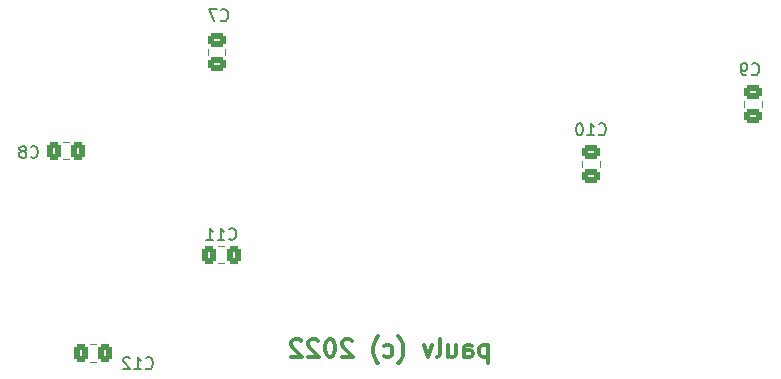
<source format=gbo>
G04 #@! TF.GenerationSoftware,KiCad,Pcbnew,(6.0.9)*
G04 #@! TF.CreationDate,2022-12-01T15:56:23+01:00*
G04 #@! TF.ProjectId,Twin-T,5477696e-2d54-42e6-9b69-6361645f7063,rev?*
G04 #@! TF.SameCoordinates,Original*
G04 #@! TF.FileFunction,Legend,Bot*
G04 #@! TF.FilePolarity,Positive*
%FSLAX46Y46*%
G04 Gerber Fmt 4.6, Leading zero omitted, Abs format (unit mm)*
G04 Created by KiCad (PCBNEW (6.0.9)) date 2022-12-01 15:56:23*
%MOMM*%
%LPD*%
G01*
G04 APERTURE LIST*
G04 Aperture macros list*
%AMRoundRect*
0 Rectangle with rounded corners*
0 $1 Rounding radius*
0 $2 $3 $4 $5 $6 $7 $8 $9 X,Y pos of 4 corners*
0 Add a 4 corners polygon primitive as box body*
4,1,4,$2,$3,$4,$5,$6,$7,$8,$9,$2,$3,0*
0 Add four circle primitives for the rounded corners*
1,1,$1+$1,$2,$3*
1,1,$1+$1,$4,$5*
1,1,$1+$1,$6,$7*
1,1,$1+$1,$8,$9*
0 Add four rect primitives between the rounded corners*
20,1,$1+$1,$2,$3,$4,$5,0*
20,1,$1+$1,$4,$5,$6,$7,0*
20,1,$1+$1,$6,$7,$8,$9,0*
20,1,$1+$1,$8,$9,$2,$3,0*%
G04 Aperture macros list end*
%ADD10C,0.300000*%
%ADD11C,0.150000*%
%ADD12C,0.120000*%
%ADD13R,1.700000X1.700000*%
%ADD14O,1.700000X1.700000*%
%ADD15C,1.440000*%
%ADD16C,5.600000*%
%ADD17C,3.600000*%
%ADD18R,2.400000X2.400000*%
%ADD19O,2.400000X2.400000*%
%ADD20R,2.400000X1.600000*%
%ADD21O,2.400000X1.600000*%
%ADD22R,1.600000X1.600000*%
%ADD23C,1.600000*%
%ADD24RoundRect,0.250000X-0.475000X0.337500X-0.475000X-0.337500X0.475000X-0.337500X0.475000X0.337500X0*%
%ADD25RoundRect,0.250000X0.337500X0.475000X-0.337500X0.475000X-0.337500X-0.475000X0.337500X-0.475000X0*%
%ADD26RoundRect,0.250000X0.475000X-0.337500X0.475000X0.337500X-0.475000X0.337500X-0.475000X-0.337500X0*%
G04 APERTURE END LIST*
D10*
X152303714Y-127440571D02*
X152303714Y-128940571D01*
X152303714Y-127512000D02*
X152160857Y-127440571D01*
X151875142Y-127440571D01*
X151732285Y-127512000D01*
X151660857Y-127583428D01*
X151589428Y-127726285D01*
X151589428Y-128154857D01*
X151660857Y-128297714D01*
X151732285Y-128369142D01*
X151875142Y-128440571D01*
X152160857Y-128440571D01*
X152303714Y-128369142D01*
X150303714Y-128440571D02*
X150303714Y-127654857D01*
X150375142Y-127512000D01*
X150518000Y-127440571D01*
X150803714Y-127440571D01*
X150946571Y-127512000D01*
X150303714Y-128369142D02*
X150446571Y-128440571D01*
X150803714Y-128440571D01*
X150946571Y-128369142D01*
X151018000Y-128226285D01*
X151018000Y-128083428D01*
X150946571Y-127940571D01*
X150803714Y-127869142D01*
X150446571Y-127869142D01*
X150303714Y-127797714D01*
X148946571Y-127440571D02*
X148946571Y-128440571D01*
X149589428Y-127440571D02*
X149589428Y-128226285D01*
X149518000Y-128369142D01*
X149375142Y-128440571D01*
X149160857Y-128440571D01*
X149018000Y-128369142D01*
X148946571Y-128297714D01*
X148018000Y-128440571D02*
X148160857Y-128369142D01*
X148232285Y-128226285D01*
X148232285Y-126940571D01*
X147589428Y-127440571D02*
X147232285Y-128440571D01*
X146875142Y-127440571D01*
X144732285Y-129012000D02*
X144803714Y-128940571D01*
X144946571Y-128726285D01*
X145018000Y-128583428D01*
X145089428Y-128369142D01*
X145160857Y-128012000D01*
X145160857Y-127726285D01*
X145089428Y-127369142D01*
X145018000Y-127154857D01*
X144946571Y-127012000D01*
X144803714Y-126797714D01*
X144732285Y-126726285D01*
X143518000Y-128369142D02*
X143660857Y-128440571D01*
X143946571Y-128440571D01*
X144089428Y-128369142D01*
X144160857Y-128297714D01*
X144232285Y-128154857D01*
X144232285Y-127726285D01*
X144160857Y-127583428D01*
X144089428Y-127512000D01*
X143946571Y-127440571D01*
X143660857Y-127440571D01*
X143518000Y-127512000D01*
X143018000Y-129012000D02*
X142946571Y-128940571D01*
X142803714Y-128726285D01*
X142732285Y-128583428D01*
X142660857Y-128369142D01*
X142589428Y-128012000D01*
X142589428Y-127726285D01*
X142660857Y-127369142D01*
X142732285Y-127154857D01*
X142803714Y-127012000D01*
X142946571Y-126797714D01*
X143018000Y-126726285D01*
X140803714Y-127083428D02*
X140732285Y-127012000D01*
X140589428Y-126940571D01*
X140232285Y-126940571D01*
X140089428Y-127012000D01*
X140018000Y-127083428D01*
X139946571Y-127226285D01*
X139946571Y-127369142D01*
X140018000Y-127583428D01*
X140875142Y-128440571D01*
X139946571Y-128440571D01*
X139018000Y-126940571D02*
X138875142Y-126940571D01*
X138732285Y-127012000D01*
X138660857Y-127083428D01*
X138589428Y-127226285D01*
X138518000Y-127512000D01*
X138518000Y-127869142D01*
X138589428Y-128154857D01*
X138660857Y-128297714D01*
X138732285Y-128369142D01*
X138875142Y-128440571D01*
X139018000Y-128440571D01*
X139160857Y-128369142D01*
X139232285Y-128297714D01*
X139303714Y-128154857D01*
X139375142Y-127869142D01*
X139375142Y-127512000D01*
X139303714Y-127226285D01*
X139232285Y-127083428D01*
X139160857Y-127012000D01*
X139018000Y-126940571D01*
X137946571Y-127083428D02*
X137875142Y-127012000D01*
X137732285Y-126940571D01*
X137375142Y-126940571D01*
X137232285Y-127012000D01*
X137160857Y-127083428D01*
X137089428Y-127226285D01*
X137089428Y-127369142D01*
X137160857Y-127583428D01*
X138018000Y-128440571D01*
X137089428Y-128440571D01*
X136518000Y-127083428D02*
X136446571Y-127012000D01*
X136303714Y-126940571D01*
X135946571Y-126940571D01*
X135803714Y-127012000D01*
X135732285Y-127083428D01*
X135660857Y-127226285D01*
X135660857Y-127369142D01*
X135732285Y-127583428D01*
X136589428Y-128440571D01*
X135660857Y-128440571D01*
D11*
X174664666Y-104497142D02*
X174712285Y-104544761D01*
X174855142Y-104592380D01*
X174950380Y-104592380D01*
X175093238Y-104544761D01*
X175188476Y-104449523D01*
X175236095Y-104354285D01*
X175283714Y-104163809D01*
X175283714Y-104020952D01*
X175236095Y-103830476D01*
X175188476Y-103735238D01*
X175093238Y-103640000D01*
X174950380Y-103592380D01*
X174855142Y-103592380D01*
X174712285Y-103640000D01*
X174664666Y-103687619D01*
X174188476Y-104592380D02*
X173998000Y-104592380D01*
X173902761Y-104544761D01*
X173855142Y-104497142D01*
X173759904Y-104354285D01*
X173712285Y-104163809D01*
X173712285Y-103782857D01*
X173759904Y-103687619D01*
X173807523Y-103640000D01*
X173902761Y-103592380D01*
X174093238Y-103592380D01*
X174188476Y-103640000D01*
X174236095Y-103687619D01*
X174283714Y-103782857D01*
X174283714Y-104020952D01*
X174236095Y-104116190D01*
X174188476Y-104163809D01*
X174093238Y-104211428D01*
X173902761Y-104211428D01*
X173807523Y-104163809D01*
X173759904Y-104116190D01*
X173712285Y-104020952D01*
X123324857Y-129389142D02*
X123372476Y-129436761D01*
X123515333Y-129484380D01*
X123610571Y-129484380D01*
X123753428Y-129436761D01*
X123848666Y-129341523D01*
X123896285Y-129246285D01*
X123943904Y-129055809D01*
X123943904Y-128912952D01*
X123896285Y-128722476D01*
X123848666Y-128627238D01*
X123753428Y-128532000D01*
X123610571Y-128484380D01*
X123515333Y-128484380D01*
X123372476Y-128532000D01*
X123324857Y-128579619D01*
X122372476Y-129484380D02*
X122943904Y-129484380D01*
X122658190Y-129484380D02*
X122658190Y-128484380D01*
X122753428Y-128627238D01*
X122848666Y-128722476D01*
X122943904Y-128770095D01*
X121991523Y-128579619D02*
X121943904Y-128532000D01*
X121848666Y-128484380D01*
X121610571Y-128484380D01*
X121515333Y-128532000D01*
X121467714Y-128579619D01*
X121420095Y-128674857D01*
X121420095Y-128770095D01*
X121467714Y-128912952D01*
X122039142Y-129484380D01*
X121420095Y-129484380D01*
X161678857Y-109577142D02*
X161726476Y-109624761D01*
X161869333Y-109672380D01*
X161964571Y-109672380D01*
X162107428Y-109624761D01*
X162202666Y-109529523D01*
X162250285Y-109434285D01*
X162297904Y-109243809D01*
X162297904Y-109100952D01*
X162250285Y-108910476D01*
X162202666Y-108815238D01*
X162107428Y-108720000D01*
X161964571Y-108672380D01*
X161869333Y-108672380D01*
X161726476Y-108720000D01*
X161678857Y-108767619D01*
X160726476Y-109672380D02*
X161297904Y-109672380D01*
X161012190Y-109672380D02*
X161012190Y-108672380D01*
X161107428Y-108815238D01*
X161202666Y-108910476D01*
X161297904Y-108958095D01*
X160107428Y-108672380D02*
X160012190Y-108672380D01*
X159916952Y-108720000D01*
X159869333Y-108767619D01*
X159821714Y-108862857D01*
X159774095Y-109053333D01*
X159774095Y-109291428D01*
X159821714Y-109481904D01*
X159869333Y-109577142D01*
X159916952Y-109624761D01*
X160012190Y-109672380D01*
X160107428Y-109672380D01*
X160202666Y-109624761D01*
X160250285Y-109577142D01*
X160297904Y-109481904D01*
X160345523Y-109291428D01*
X160345523Y-109053333D01*
X160297904Y-108862857D01*
X160250285Y-108767619D01*
X160202666Y-108720000D01*
X160107428Y-108672380D01*
X113603066Y-111507542D02*
X113650685Y-111555161D01*
X113793542Y-111602780D01*
X113888780Y-111602780D01*
X114031638Y-111555161D01*
X114126876Y-111459923D01*
X114174495Y-111364685D01*
X114222114Y-111174209D01*
X114222114Y-111031352D01*
X114174495Y-110840876D01*
X114126876Y-110745638D01*
X114031638Y-110650400D01*
X113888780Y-110602780D01*
X113793542Y-110602780D01*
X113650685Y-110650400D01*
X113603066Y-110698019D01*
X113031638Y-111031352D02*
X113126876Y-110983733D01*
X113174495Y-110936114D01*
X113222114Y-110840876D01*
X113222114Y-110793257D01*
X113174495Y-110698019D01*
X113126876Y-110650400D01*
X113031638Y-110602780D01*
X112841161Y-110602780D01*
X112745923Y-110650400D01*
X112698304Y-110698019D01*
X112650685Y-110793257D01*
X112650685Y-110840876D01*
X112698304Y-110936114D01*
X112745923Y-110983733D01*
X112841161Y-111031352D01*
X113031638Y-111031352D01*
X113126876Y-111078971D01*
X113174495Y-111126590D01*
X113222114Y-111221828D01*
X113222114Y-111412304D01*
X113174495Y-111507542D01*
X113126876Y-111555161D01*
X113031638Y-111602780D01*
X112841161Y-111602780D01*
X112745923Y-111555161D01*
X112698304Y-111507542D01*
X112650685Y-111412304D01*
X112650685Y-111221828D01*
X112698304Y-111126590D01*
X112745923Y-111078971D01*
X112841161Y-111031352D01*
X130386057Y-118463542D02*
X130433676Y-118511161D01*
X130576533Y-118558780D01*
X130671771Y-118558780D01*
X130814628Y-118511161D01*
X130909866Y-118415923D01*
X130957485Y-118320685D01*
X131005104Y-118130209D01*
X131005104Y-117987352D01*
X130957485Y-117796876D01*
X130909866Y-117701638D01*
X130814628Y-117606400D01*
X130671771Y-117558780D01*
X130576533Y-117558780D01*
X130433676Y-117606400D01*
X130386057Y-117654019D01*
X129433676Y-118558780D02*
X130005104Y-118558780D01*
X129719390Y-118558780D02*
X129719390Y-117558780D01*
X129814628Y-117701638D01*
X129909866Y-117796876D01*
X130005104Y-117844495D01*
X128481295Y-118558780D02*
X129052723Y-118558780D01*
X128767009Y-118558780D02*
X128767009Y-117558780D01*
X128862247Y-117701638D01*
X128957485Y-117796876D01*
X129052723Y-117844495D01*
X129706666Y-99925142D02*
X129754285Y-99972761D01*
X129897142Y-100020380D01*
X129992380Y-100020380D01*
X130135238Y-99972761D01*
X130230476Y-99877523D01*
X130278095Y-99782285D01*
X130325714Y-99591809D01*
X130325714Y-99448952D01*
X130278095Y-99258476D01*
X130230476Y-99163238D01*
X130135238Y-99068000D01*
X129992380Y-99020380D01*
X129897142Y-99020380D01*
X129754285Y-99068000D01*
X129706666Y-99115619D01*
X129373333Y-99020380D02*
X128706666Y-99020380D01*
X129135238Y-100020380D01*
D12*
X174017000Y-106774348D02*
X174017000Y-107296852D01*
X175487000Y-106774348D02*
X175487000Y-107296852D01*
X119133252Y-128852600D02*
X118610748Y-128852600D01*
X119133252Y-127382600D02*
X118610748Y-127382600D01*
X160301000Y-111854348D02*
X160301000Y-112376852D01*
X161771000Y-111854348D02*
X161771000Y-112376852D01*
X116847252Y-110263000D02*
X116324748Y-110263000D01*
X116847252Y-111733000D02*
X116324748Y-111733000D01*
X130004452Y-120521400D02*
X129481948Y-120521400D01*
X130004452Y-119051400D02*
X129481948Y-119051400D01*
X128601800Y-102898752D02*
X128601800Y-102376248D01*
X130071800Y-102898752D02*
X130071800Y-102376248D01*
%LPC*%
D13*
X126441200Y-75488800D03*
D14*
X126441200Y-78028800D03*
D15*
X126136400Y-87792400D03*
X126136400Y-85252400D03*
X126136400Y-82712400D03*
D16*
X113792000Y-64008000D03*
D17*
X113792000Y-64008000D03*
D18*
X132232400Y-107188000D03*
D19*
X157232400Y-107188000D03*
D18*
X132076800Y-94843600D03*
D19*
X157076800Y-94843600D03*
D17*
X172974000Y-128524000D03*
D16*
X172974000Y-128524000D03*
D20*
X164119800Y-103337200D03*
D21*
X164119800Y-105877200D03*
X164119800Y-108417200D03*
X164119800Y-110957200D03*
X171739800Y-110957200D03*
X171739800Y-108417200D03*
X171739800Y-105877200D03*
X171739800Y-103337200D03*
D22*
X147828000Y-120396000D03*
D23*
X147828000Y-117896000D03*
D13*
X165912800Y-119786400D03*
D14*
X168452800Y-119786400D03*
X170992800Y-119786400D03*
D18*
X157026000Y-71018400D03*
D19*
X132026000Y-71018400D03*
D18*
X157026000Y-82550000D03*
D19*
X132026000Y-82550000D03*
D13*
X138156000Y-115341000D03*
D14*
X135616000Y-115341000D03*
D13*
X166141000Y-92222000D03*
D14*
X166141000Y-94762000D03*
D13*
X117043200Y-83515200D03*
D14*
X117043200Y-86055200D03*
D22*
X157886400Y-120003580D03*
D23*
X157886400Y-117503580D03*
D16*
X173228000Y-64262000D03*
D17*
X173228000Y-64262000D03*
D13*
X116992400Y-74422000D03*
D14*
X116992400Y-76962000D03*
D20*
X117703600Y-117449600D03*
D21*
X117703600Y-119989600D03*
X117703600Y-122529600D03*
X117703600Y-125069600D03*
X125323600Y-125069600D03*
X125323600Y-122529600D03*
X125323600Y-119989600D03*
X125323600Y-117449600D03*
D17*
X113284000Y-128524000D03*
D16*
X113284000Y-128524000D03*
D20*
X117790200Y-101051200D03*
D21*
X117790200Y-103591200D03*
X117790200Y-106131200D03*
X117790200Y-108671200D03*
X125410200Y-108671200D03*
X125410200Y-106131200D03*
X125410200Y-103591200D03*
X125410200Y-101051200D03*
D24*
X174752000Y-105998100D03*
X174752000Y-108073100D03*
D25*
X119909500Y-128117600D03*
X117834500Y-128117600D03*
D24*
X161036000Y-111078100D03*
X161036000Y-113153100D03*
D25*
X117623500Y-110998000D03*
X115548500Y-110998000D03*
X130780700Y-119786400D03*
X128705700Y-119786400D03*
D26*
X129336800Y-103675000D03*
X129336800Y-101600000D03*
M02*

</source>
